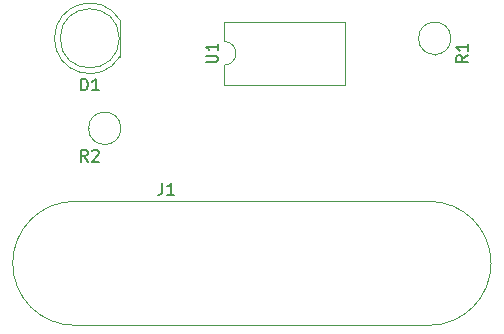
<source format=gbr>
G04 #@! TF.GenerationSoftware,KiCad,Pcbnew,(5.1.5)-2*
G04 #@! TF.CreationDate,2019-12-02T11:12:26+01:00*
G04 #@! TF.ProjectId,tutorial_1,7475746f-7269-4616-9c5f-312e6b696361,rev?*
G04 #@! TF.SameCoordinates,Original*
G04 #@! TF.FileFunction,Legend,Top*
G04 #@! TF.FilePolarity,Positive*
%FSLAX46Y46*%
G04 Gerber Fmt 4.6, Leading zero omitted, Abs format (unit mm)*
G04 Created by KiCad (PCBNEW (5.1.5)-2) date 2019-12-02 11:12:26*
%MOMM*%
%LPD*%
G04 APERTURE LIST*
%ADD10C,0.120000*%
%ADD11C,0.150000*%
G04 APERTURE END LIST*
D10*
X121470000Y-100329538D02*
G75*
G03X127020000Y-101874830I2990000J-462D01*
G01*
X121470000Y-100330462D02*
G75*
G02X127020000Y-98785170I2990000J462D01*
G01*
X126960000Y-100330000D02*
G75*
G03X126960000Y-100330000I-2500000J0D01*
G01*
X127020000Y-101875000D02*
X127020000Y-98785000D01*
X123190000Y-124630000D02*
X153190000Y-124630000D01*
X153190000Y-114130000D02*
X123190000Y-114130000D01*
X153190000Y-124630000D02*
G75*
G03X153190000Y-114130000I0J5250000D01*
G01*
X123190000Y-114130000D02*
G75*
G03X123190000Y-124630000I0J-5250000D01*
G01*
X153670000Y-101700000D02*
X153670000Y-101770000D01*
X155040000Y-100330000D02*
G75*
G03X155040000Y-100330000I-1370000J0D01*
G01*
X127100000Y-107950000D02*
G75*
G03X127100000Y-107950000I-1370000J0D01*
G01*
X124360000Y-107950000D02*
X124290000Y-107950000D01*
X135830000Y-100600000D02*
G75*
G02X135830000Y-102600000I0J-1000000D01*
G01*
X135830000Y-102600000D02*
X135830000Y-104250000D01*
X135830000Y-104250000D02*
X146110000Y-104250000D01*
X146110000Y-104250000D02*
X146110000Y-98950000D01*
X146110000Y-98950000D02*
X135830000Y-98950000D01*
X135830000Y-98950000D02*
X135830000Y-100600000D01*
D11*
X123721904Y-104742380D02*
X123721904Y-103742380D01*
X123960000Y-103742380D01*
X124102857Y-103790000D01*
X124198095Y-103885238D01*
X124245714Y-103980476D01*
X124293333Y-104170952D01*
X124293333Y-104313809D01*
X124245714Y-104504285D01*
X124198095Y-104599523D01*
X124102857Y-104694761D01*
X123960000Y-104742380D01*
X123721904Y-104742380D01*
X125245714Y-104742380D02*
X124674285Y-104742380D01*
X124960000Y-104742380D02*
X124960000Y-103742380D01*
X124864761Y-103885238D01*
X124769523Y-103980476D01*
X124674285Y-104028095D01*
X130606666Y-112582380D02*
X130606666Y-113296666D01*
X130559047Y-113439523D01*
X130463809Y-113534761D01*
X130320952Y-113582380D01*
X130225714Y-113582380D01*
X131606666Y-113582380D02*
X131035238Y-113582380D01*
X131320952Y-113582380D02*
X131320952Y-112582380D01*
X131225714Y-112725238D01*
X131130476Y-112820476D01*
X131035238Y-112868095D01*
X156492380Y-101766666D02*
X156016190Y-102100000D01*
X156492380Y-102338095D02*
X155492380Y-102338095D01*
X155492380Y-101957142D01*
X155540000Y-101861904D01*
X155587619Y-101814285D01*
X155682857Y-101766666D01*
X155825714Y-101766666D01*
X155920952Y-101814285D01*
X155968571Y-101861904D01*
X156016190Y-101957142D01*
X156016190Y-102338095D01*
X156492380Y-100814285D02*
X156492380Y-101385714D01*
X156492380Y-101100000D02*
X155492380Y-101100000D01*
X155635238Y-101195238D01*
X155730476Y-101290476D01*
X155778095Y-101385714D01*
X124293333Y-110772380D02*
X123960000Y-110296190D01*
X123721904Y-110772380D02*
X123721904Y-109772380D01*
X124102857Y-109772380D01*
X124198095Y-109820000D01*
X124245714Y-109867619D01*
X124293333Y-109962857D01*
X124293333Y-110105714D01*
X124245714Y-110200952D01*
X124198095Y-110248571D01*
X124102857Y-110296190D01*
X123721904Y-110296190D01*
X124674285Y-109867619D02*
X124721904Y-109820000D01*
X124817142Y-109772380D01*
X125055238Y-109772380D01*
X125150476Y-109820000D01*
X125198095Y-109867619D01*
X125245714Y-109962857D01*
X125245714Y-110058095D01*
X125198095Y-110200952D01*
X124626666Y-110772380D01*
X125245714Y-110772380D01*
X134282380Y-102361904D02*
X135091904Y-102361904D01*
X135187142Y-102314285D01*
X135234761Y-102266666D01*
X135282380Y-102171428D01*
X135282380Y-101980952D01*
X135234761Y-101885714D01*
X135187142Y-101838095D01*
X135091904Y-101790476D01*
X134282380Y-101790476D01*
X135282380Y-100790476D02*
X135282380Y-101361904D01*
X135282380Y-101076190D02*
X134282380Y-101076190D01*
X134425238Y-101171428D01*
X134520476Y-101266666D01*
X134568095Y-101361904D01*
M02*

</source>
